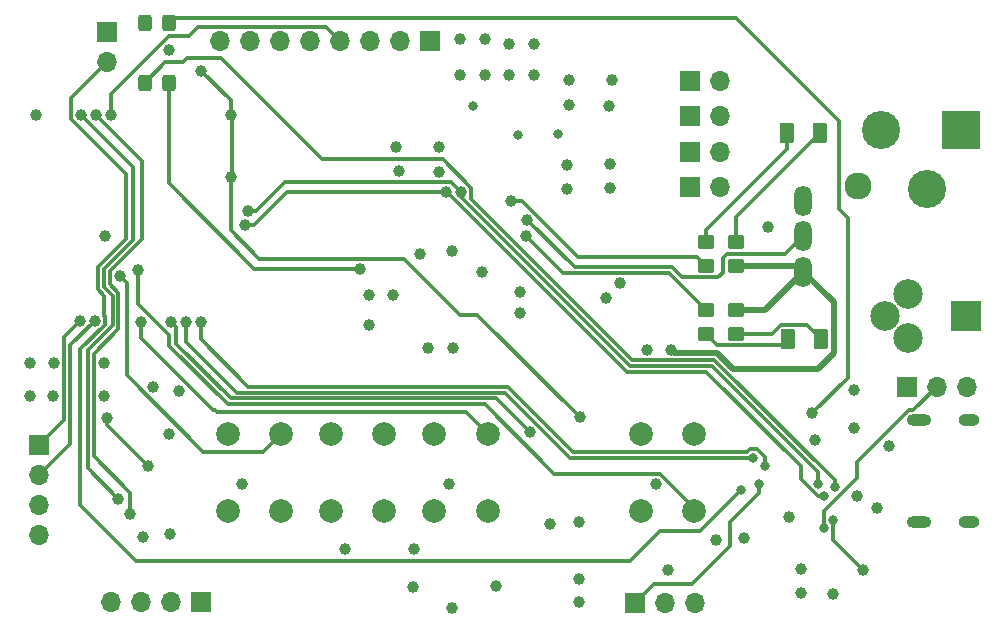
<source format=gbr>
%TF.GenerationSoftware,KiCad,Pcbnew,8.0.9-8.0.9-0~ubuntu24.04.1*%
%TF.CreationDate,2025-02-24T19:38:21+01:00*%
%TF.ProjectId,jack2bluetooth,6a61636b-3262-46c7-9565-746f6f74682e,v3.0*%
%TF.SameCoordinates,Original*%
%TF.FileFunction,Copper,L4,Bot*%
%TF.FilePolarity,Positive*%
%FSLAX46Y46*%
G04 Gerber Fmt 4.6, Leading zero omitted, Abs format (unit mm)*
G04 Created by KiCad (PCBNEW 8.0.9-8.0.9-0~ubuntu24.04.1) date 2025-02-24 19:38:21*
%MOMM*%
%LPD*%
G01*
G04 APERTURE LIST*
G04 Aperture macros list*
%AMRoundRect*
0 Rectangle with rounded corners*
0 $1 Rounding radius*
0 $2 $3 $4 $5 $6 $7 $8 $9 X,Y pos of 4 corners*
0 Add a 4 corners polygon primitive as box body*
4,1,4,$2,$3,$4,$5,$6,$7,$8,$9,$2,$3,0*
0 Add four circle primitives for the rounded corners*
1,1,$1+$1,$2,$3*
1,1,$1+$1,$4,$5*
1,1,$1+$1,$6,$7*
1,1,$1+$1,$8,$9*
0 Add four rect primitives between the rounded corners*
20,1,$1+$1,$2,$3,$4,$5,0*
20,1,$1+$1,$4,$5,$6,$7,0*
20,1,$1+$1,$6,$7,$8,$9,0*
20,1,$1+$1,$8,$9,$2,$3,0*%
G04 Aperture macros list end*
%TA.AperFunction,ComponentPad*%
%ADD10R,1.700000X1.700000*%
%TD*%
%TA.AperFunction,ComponentPad*%
%ADD11O,1.700000X1.700000*%
%TD*%
%TA.AperFunction,HeatsinkPad*%
%ADD12O,2.100000X1.000000*%
%TD*%
%TA.AperFunction,HeatsinkPad*%
%ADD13O,1.800000X1.000000*%
%TD*%
%TA.AperFunction,ComponentPad*%
%ADD14R,3.225000X3.225000*%
%TD*%
%TA.AperFunction,ComponentPad*%
%ADD15C,3.225000*%
%TD*%
%TA.AperFunction,ComponentPad*%
%ADD16C,2.295000*%
%TD*%
%TA.AperFunction,ComponentPad*%
%ADD17C,2.000000*%
%TD*%
%TA.AperFunction,ComponentPad*%
%ADD18R,2.500000X2.550000*%
%TD*%
%TA.AperFunction,ComponentPad*%
%ADD19C,2.500000*%
%TD*%
%TA.AperFunction,SMDPad,CuDef*%
%ADD20RoundRect,0.250000X0.375000X0.625000X-0.375000X0.625000X-0.375000X-0.625000X0.375000X-0.625000X0*%
%TD*%
%TA.AperFunction,ComponentPad*%
%ADD21O,1.500000X2.600000*%
%TD*%
%TA.AperFunction,SMDPad,CuDef*%
%ADD22RoundRect,0.250000X0.450000X-0.350000X0.450000X0.350000X-0.450000X0.350000X-0.450000X-0.350000X0*%
%TD*%
%TA.AperFunction,SMDPad,CuDef*%
%ADD23RoundRect,0.250000X-0.325000X-0.450000X0.325000X-0.450000X0.325000X0.450000X-0.325000X0.450000X0*%
%TD*%
%TA.AperFunction,SMDPad,CuDef*%
%ADD24RoundRect,0.250000X-0.450000X0.350000X-0.450000X-0.350000X0.450000X-0.350000X0.450000X0.350000X0*%
%TD*%
%TA.AperFunction,ViaPad*%
%ADD25C,1.000000*%
%TD*%
%TA.AperFunction,ViaPad*%
%ADD26C,0.800000*%
%TD*%
%TA.AperFunction,Conductor*%
%ADD27C,0.300000*%
%TD*%
%TA.AperFunction,Conductor*%
%ADD28C,0.500000*%
%TD*%
G04 APERTURE END LIST*
D10*
%TO.P,JP5,1,A*%
%TO.N,HPLOUT*%
X214400000Y-115600000D03*
D11*
%TO.P,JP5,2,B*%
%TO.N,Net-(JP4-B)*%
X216940000Y-115600000D03*
%TD*%
D12*
%TO.P,J2,S1,SHIELD*%
%TO.N,BAT-*%
X233820000Y-143960000D03*
D13*
X238000000Y-143960000D03*
D12*
X233820000Y-135320000D03*
D13*
X238000000Y-135320000D03*
%TD*%
D14*
%TO.P,J4,1,1*%
%TO.N,GNDA*%
X237350000Y-110750000D03*
D15*
%TO.P,J4,2,2*%
%TO.N,jack35_left*%
X230550000Y-110750000D03*
%TO.P,J4,3,3*%
%TO.N,jack35_right*%
X234450000Y-115750000D03*
D16*
%TO.P,J4,4,4*%
%TO.N,unconnected-(J4-Pad4)*%
X228650000Y-115550000D03*
%TD*%
D10*
%TO.P,JP3,1,A*%
%TO.N,HPRCOM*%
X214400000Y-109600000D03*
D11*
%TO.P,JP3,2,B*%
%TO.N,Net-(JP2-B)*%
X216940000Y-109600000D03*
%TD*%
D10*
%TO.P,JP4,1,A*%
%TO.N,HPLCOM*%
X214400000Y-112600000D03*
D11*
%TO.P,JP4,2,B*%
%TO.N,Net-(JP4-B)*%
X216940000Y-112600000D03*
%TD*%
D10*
%TO.P,JP1,1,A*%
%TO.N,Net-(JP1-A)*%
X232725000Y-132500000D03*
D11*
%TO.P,JP1,2,C*%
%TO.N,PSEL*%
X235265000Y-132500000D03*
%TO.P,JP1,3,B*%
%TO.N,BAT-*%
X237805000Y-132500000D03*
%TD*%
D10*
%TO.P,JP2,1,A*%
%TO.N,HPROUT*%
X214400000Y-106600000D03*
D11*
%TO.P,JP2,2,B*%
%TO.N,Net-(JP2-B)*%
X216940000Y-106600000D03*
%TD*%
D17*
%TO.P,SW6,1,1*%
%TO.N,BAT-*%
X184000000Y-143000000D03*
X184000000Y-136500000D03*
%TO.P,SW6,2,2*%
%TO.N,mcu_enable*%
X188500000Y-143000000D03*
X188500000Y-136500000D03*
%TD*%
D10*
%TO.P,J3,1,Pin_1*%
%TO.N,VCC*%
X173000000Y-150750000D03*
D11*
%TO.P,J3,2,Pin_2*%
%TO.N,IO16*%
X170460000Y-150750000D03*
%TO.P,J3,3,Pin_3*%
%TO.N,IO17*%
X167920000Y-150750000D03*
%TO.P,J3,4,Pin_4*%
%TO.N,BAT-*%
X165380000Y-150750000D03*
%TD*%
D10*
%TO.P,J6,1,Pin_1*%
%TO.N,IO4*%
X159250000Y-137420000D03*
D11*
%TO.P,J6,2,Pin_2*%
%TO.N,IO5*%
X159250000Y-139960000D03*
%TO.P,J6,3,Pin_3*%
%TO.N,IO6*%
X159250000Y-142500000D03*
%TO.P,J6,4,Pin_4*%
%TO.N,IO7*%
X159250000Y-145040000D03*
%TD*%
D18*
%TO.P,J1,1,SLEEVE*%
%TO.N,GNDA*%
X237775000Y-126500000D03*
D19*
%TO.P,J1,2,TIP_1*%
%TO.N,jack25_left*%
X232875000Y-124650000D03*
%TO.P,J1,3,TIP_2*%
X232875000Y-128350000D03*
%TO.P,J1,4,RING*%
%TO.N,jack25_right*%
X230875000Y-126500000D03*
%TD*%
D20*
%TO.P,D7,1,K*%
%TO.N,Net-(D7-K)*%
X225500000Y-128500000D03*
%TO.P,D7,2,A*%
%TO.N,led_dac*%
X222700000Y-128500000D03*
%TD*%
D10*
%TO.P,J9,1,Pin_1*%
%TO.N,lcd_blk*%
X192410000Y-103250000D03*
D11*
%TO.P,J9,2,Pin_2*%
%TO.N,BAT-*%
X189870000Y-103250000D03*
%TO.P,J9,3,Pin_3*%
%TO.N,IO17*%
X187330000Y-103250000D03*
%TO.P,J9,4,Pin_4*%
%TO.N,IO15*%
X184790000Y-103250000D03*
%TO.P,J9,5,Pin_5*%
%TO.N,IO16*%
X182250000Y-103250000D03*
%TO.P,J9,6,Pin_6*%
%TO.N,IO3*%
X179710000Y-103250000D03*
%TO.P,J9,7,Pin_7*%
%TO.N,BAT-*%
X177170000Y-103250000D03*
%TO.P,J9,8,Pin_8*%
%TO.N,lcd_blk*%
X174630000Y-103250000D03*
%TD*%
D17*
%TO.P,SW1,1,1*%
%TO.N,IO4*%
X179750000Y-143000000D03*
X179750000Y-136500000D03*
%TO.P,SW1,2,2*%
%TO.N,+3.3V*%
X175250000Y-143000000D03*
X175250000Y-136500000D03*
%TD*%
D21*
%TO.P,SW5,1,A*%
%TO.N,Net-(SW5-A)*%
X224000000Y-116750000D03*
%TO.P,SW5,2,B*%
%TO.N,IO1*%
X224000000Y-119750000D03*
%TO.P,SW5,3,C*%
%TO.N,BAT-*%
X224000000Y-122750000D03*
%TD*%
D10*
%TO.P,J5,1,Pin_1*%
%TO.N,BATTS*%
X209725000Y-150800000D03*
D11*
%TO.P,J5,2,Pin_2*%
%TO.N,BAT-*%
X212265000Y-150800000D03*
%TO.P,J5,3,Pin_3*%
%TO.N,BAT+*%
X214805000Y-150800000D03*
%TD*%
D22*
%TO.P,R30,1*%
%TO.N,IO9*%
X215750000Y-122250000D03*
%TO.P,R30,2*%
%TO.N,led_adc*%
X215750000Y-120250000D03*
%TD*%
D23*
%TO.P,D8,1,K*%
%TO.N,STAT*%
X168225000Y-106750000D03*
%TO.P,D8,2,A*%
%TO.N,Net-(D8-A)*%
X170275000Y-106750000D03*
%TD*%
%TO.P,D1,1,K*%
%TO.N,BAT-*%
X168225000Y-101750000D03*
%TO.P,D1,2,A*%
%TO.N,Net-(D1-A)*%
X170275000Y-101750000D03*
%TD*%
D22*
%TO.P,R8,1*%
%TO.N,Net-(D7-K)*%
X218250000Y-128000000D03*
%TO.P,R8,2*%
%TO.N,BAT-*%
X218250000Y-126000000D03*
%TD*%
D10*
%TO.P,J7,1,Pin_1*%
%TO.N,BAT-*%
X165000000Y-102460000D03*
D11*
%TO.P,J7,2,Pin_2*%
%TO.N,nQON*%
X165000000Y-105000000D03*
%TD*%
D24*
%TO.P,R31,1*%
%TO.N,IO8*%
X215750000Y-126000000D03*
%TO.P,R31,2*%
%TO.N,led_dac*%
X215750000Y-128000000D03*
%TD*%
D17*
%TO.P,SW3,1,1*%
%TO.N,IO5*%
X214750000Y-143000000D03*
X214750000Y-136500000D03*
%TO.P,SW3,2,2*%
%TO.N,+3.3V*%
X210250000Y-143000000D03*
X210250000Y-136500000D03*
%TD*%
%TO.P,SW2,1,1*%
%TO.N,IO0*%
X197250000Y-143000000D03*
X197250000Y-136500000D03*
%TO.P,SW2,2,2*%
%TO.N,+3.3V*%
X192750000Y-143000000D03*
X192750000Y-136500000D03*
%TD*%
D24*
%TO.P,R7,1*%
%TO.N,Net-(D4-K)*%
X218250000Y-120250000D03*
%TO.P,R7,2*%
%TO.N,BAT-*%
X218250000Y-122250000D03*
%TD*%
D20*
%TO.P,D4,1,K*%
%TO.N,Net-(D4-K)*%
X225400000Y-111000000D03*
%TO.P,D4,2,A*%
%TO.N,led_adc*%
X222600000Y-111000000D03*
%TD*%
D25*
%TO.N,IO8*%
X200875000Y-136375000D03*
X200500000Y-119750000D03*
X170430000Y-127000000D03*
%TO.N,IO9*%
X173000000Y-105750000D03*
X199250000Y-116750000D03*
X205040000Y-135100000D03*
X175500000Y-114750000D03*
X175510000Y-109500000D03*
D26*
%TO.N,IO11*%
X220750000Y-139200000D03*
D25*
X172970000Y-127000000D03*
D26*
%TO.N,IO10*%
X219750000Y-138500000D03*
D25*
X171700000Y-127000000D03*
%TO.N,IO4*%
X162749365Y-126939365D03*
X166098959Y-123098959D03*
%TO.N,IO5*%
X167648959Y-122648959D03*
X163985406Y-126905406D03*
%TO.N,IO0*%
X167890000Y-127000000D03*
%TO.N,IO7*%
X193750000Y-116000000D03*
X176745066Y-118772852D03*
D26*
X225750000Y-141750000D03*
D25*
%TO.N,IO1*%
X200625000Y-118375000D03*
%TO.N,IO6*%
X195000000Y-116000000D03*
D26*
X225250000Y-140750000D03*
D25*
X176998335Y-117599882D03*
%TO.N,IO17*%
X167000000Y-143250000D03*
X164080000Y-109500000D03*
%TO.N,IO16*%
X166000000Y-142000000D03*
X162810000Y-109500000D03*
%TO.N,IO15*%
X165350000Y-109500000D03*
%TO.N,mcu_enable*%
X168500000Y-139250000D03*
X165000000Y-135150000D03*
%TO.N,GNDA*%
X199092500Y-103500000D03*
D26*
X203200000Y-111150000D03*
D25*
X210750000Y-129400000D03*
X204000000Y-115750000D03*
X208500000Y-123750000D03*
X199092500Y-106150000D03*
X207630000Y-115687500D03*
X207750000Y-106500000D03*
X204130000Y-106575000D03*
D26*
X199800000Y-111200000D03*
D25*
%TO.N,+3.3V*%
X221000000Y-119000000D03*
X160500000Y-133250000D03*
X171148959Y-132851041D03*
X164750000Y-130500000D03*
X190925000Y-149500000D03*
X168951041Y-132548959D03*
X193130000Y-114287500D03*
X170250000Y-104000000D03*
X160537500Y-130500000D03*
X170250000Y-136500000D03*
X189750000Y-114250000D03*
%TO.N,BAT-*%
X158500000Y-130500000D03*
X212750000Y-129400000D03*
X219000000Y-145287500D03*
X191000000Y-146250000D03*
X168225000Y-101750000D03*
X211500000Y-140750000D03*
X228250000Y-136000000D03*
X226500000Y-150037500D03*
X189500000Y-112250000D03*
X185212500Y-146250000D03*
X212500000Y-148000000D03*
X189287500Y-124750000D03*
X176500000Y-140750000D03*
X196750000Y-122750000D03*
X205020000Y-144000000D03*
X192212500Y-129250000D03*
X200000000Y-126300000D03*
X194250000Y-151250000D03*
X164850000Y-119755000D03*
X194925000Y-103075000D03*
X202500000Y-144135000D03*
X222750000Y-143500000D03*
X193130000Y-112212500D03*
X164787500Y-133250000D03*
X158500000Y-133250000D03*
X168100000Y-145200000D03*
X194000000Y-140750000D03*
X223750000Y-150000000D03*
X228500000Y-141750000D03*
X194925000Y-106150000D03*
X159000000Y-109500000D03*
X205000000Y-150750000D03*
%TO.N,+1V8*%
X187250000Y-127250000D03*
X197000000Y-103075000D03*
X187212500Y-124750000D03*
X194250000Y-121000000D03*
D26*
X196000000Y-108750000D03*
D25*
X197000000Y-106150000D03*
%TO.N,REGN*%
X228250000Y-132750000D03*
X223750000Y-147962500D03*
X205000000Y-148750000D03*
%TO.N,VCC*%
X230250000Y-142750000D03*
X225001041Y-137001041D03*
X170400000Y-145000000D03*
X231250000Y-137500000D03*
%TO.N,SYSTEM*%
X191500000Y-121250000D03*
X216600000Y-145500000D03*
X198000000Y-149400000D03*
X194287500Y-129250000D03*
X200000000Y-124500000D03*
D26*
%TO.N,STAT*%
X226650000Y-141000000D03*
D25*
%TO.N,Net-(D8-A)*%
X186421933Y-122500000D03*
%TO.N,+3.3VA*%
X201167500Y-103500000D03*
X207500000Y-108750000D03*
X207250000Y-125000000D03*
X204130000Y-108650000D03*
X204000000Y-113750000D03*
X201167500Y-106150000D03*
X207630000Y-113612500D03*
D26*
%TO.N,BATTS*%
X220250000Y-140750000D03*
D25*
%TO.N,Net-(IC2-PMID_GOOD)*%
X229000000Y-148000000D03*
D26*
X226500000Y-143750000D03*
%TO.N,PSEL*%
X225750000Y-144500000D03*
%TO.N,nQON*%
X218750000Y-141250000D03*
D25*
%TO.N,Net-(D1-A)*%
X224750000Y-134750000D03*
%TD*%
D27*
%TO.N,IO8*%
X203650000Y-122900000D02*
X212650000Y-122900000D01*
X170430000Y-127000000D02*
X170900000Y-127470000D01*
X175500000Y-133500000D02*
X198000000Y-133500000D01*
X170900000Y-127470000D02*
X170900000Y-128900000D01*
X170900000Y-128900000D02*
X175500000Y-133500000D01*
X198000000Y-133500000D02*
X200875000Y-136375000D01*
X212650000Y-122900000D02*
X215750000Y-126000000D01*
X200500000Y-119750000D02*
X203650000Y-122900000D01*
%TO.N,IO9*%
X175600000Y-114650000D02*
X175500000Y-114750000D01*
X205040000Y-135100000D02*
X205040000Y-135040000D01*
X205040000Y-135040000D02*
X196400000Y-126400000D01*
X196400000Y-126400000D02*
X194900000Y-126400000D01*
X199250000Y-116750000D02*
X200202082Y-116750000D01*
X177900000Y-121650000D02*
X175500000Y-119250000D01*
X175510000Y-109500000D02*
X175510000Y-108260000D01*
X190150000Y-121650000D02*
X177900000Y-121650000D01*
X175510000Y-109500000D02*
X175600000Y-109590000D01*
X194900000Y-126400000D02*
X190150000Y-121650000D01*
X215000000Y-121500000D02*
X215750000Y-122250000D01*
X175500000Y-119250000D02*
X175500000Y-114750000D01*
X175600000Y-109590000D02*
X175600000Y-114650000D01*
X175510000Y-108260000D02*
X173000000Y-105750000D01*
X200202082Y-116750000D02*
X204952082Y-121500000D01*
X204952082Y-121500000D02*
X215000000Y-121500000D01*
%TO.N,IO11*%
X172970000Y-127000000D02*
X172970000Y-128470000D01*
X220750000Y-138439339D02*
X220750000Y-139200000D01*
X219189339Y-138000000D02*
X219439339Y-137750000D01*
X204457106Y-138000000D02*
X219189339Y-138000000D01*
X220060661Y-137750000D02*
X220750000Y-138439339D01*
X177000000Y-132500000D02*
X198957106Y-132500000D01*
X219439339Y-137750000D02*
X220060661Y-137750000D01*
X198957106Y-132500000D02*
X204457106Y-138000000D01*
X172970000Y-128470000D02*
X177000000Y-132500000D01*
%TO.N,IO10*%
X198750000Y-133000000D02*
X204250000Y-138500000D01*
X204250000Y-138500000D02*
X219750000Y-138500000D01*
X171700000Y-127000000D02*
X171700000Y-128700000D01*
X171700000Y-128700000D02*
X176000000Y-133000000D01*
X176000000Y-133000000D02*
X198750000Y-133000000D01*
%TO.N,IO4*%
X166750000Y-131550000D02*
X173200000Y-138000000D01*
X161387500Y-128301230D02*
X162749365Y-126939365D01*
X173200000Y-138000000D02*
X178250000Y-138000000D01*
X166750000Y-123750000D02*
X166750000Y-131550000D01*
X178250000Y-138000000D02*
X179750000Y-136500000D01*
X159250000Y-137420000D02*
X161387500Y-135282500D01*
X166098959Y-123098959D02*
X166750000Y-123750000D01*
X161387500Y-135282500D02*
X161387500Y-128301230D01*
%TO.N,IO5*%
X167648959Y-125461009D02*
X170285867Y-128097917D01*
X214750000Y-142797918D02*
X214750000Y-143000000D01*
X159250000Y-139960000D02*
X161887500Y-137322500D01*
X161887500Y-137322500D02*
X161887500Y-129003312D01*
X167648959Y-122648959D02*
X167648959Y-125461009D01*
X197000000Y-134000000D02*
X202900000Y-139900000D01*
X175250000Y-134000000D02*
X197000000Y-134000000D01*
X170285867Y-128097917D02*
X170285867Y-129035867D01*
X202900000Y-139900000D02*
X211852082Y-139900000D01*
X163985406Y-126905406D02*
X161887500Y-129003312D01*
X211852082Y-139900000D02*
X214750000Y-142797918D01*
X170285867Y-129035867D02*
X175250000Y-134000000D01*
%TO.N,IO0*%
X174357106Y-134650000D02*
X195400000Y-134650000D01*
X174000000Y-134500000D02*
X174207106Y-134500000D01*
X195400000Y-134650000D02*
X197250000Y-136500000D01*
X174207106Y-134500000D02*
X174357106Y-134650000D01*
X167890000Y-128390000D02*
X174000000Y-134500000D01*
X167890000Y-127000000D02*
X167890000Y-128390000D01*
%TO.N,IO7*%
X215750000Y-131250000D02*
X223750000Y-139250000D01*
X225189339Y-141750000D02*
X225750000Y-141750000D01*
X223750000Y-139250000D02*
X223750000Y-140310661D01*
X193750000Y-116000000D02*
X193797918Y-116000000D01*
X180250000Y-116000000D02*
X193750000Y-116000000D01*
X193797918Y-116000000D02*
X209047918Y-131250000D01*
X177477148Y-118772852D02*
X180250000Y-116000000D01*
X223750000Y-140310661D02*
X225189339Y-141750000D01*
X176745066Y-118772852D02*
X177477148Y-118772852D01*
X209047918Y-131250000D02*
X215750000Y-131250000D01*
%TO.N,IO1*%
X217544544Y-121300000D02*
X222450000Y-121300000D01*
X217200000Y-121644544D02*
X217544544Y-121300000D01*
X216805456Y-123250000D02*
X217200000Y-122855456D01*
X213707106Y-123250000D02*
X216805456Y-123250000D01*
X222450000Y-121300000D02*
X224000000Y-119750000D01*
X200625000Y-118375000D02*
X204650000Y-122400000D01*
X217200000Y-122855456D02*
X217200000Y-121644544D01*
X212857106Y-122400000D02*
X213707106Y-123250000D01*
X204650000Y-122400000D02*
X212857106Y-122400000D01*
%TO.N,IO6*%
X195000000Y-116452082D02*
X195000000Y-116000000D01*
X216250000Y-130750000D02*
X209297918Y-130750000D01*
X209297918Y-130750000D02*
X195000000Y-116452082D01*
X225250000Y-140750000D02*
X225250000Y-139750000D01*
X177650118Y-117599882D02*
X180100000Y-115150000D01*
X176998335Y-117599882D02*
X177650118Y-117599882D01*
X180100000Y-115150000D02*
X194150000Y-115150000D01*
X225250000Y-139750000D02*
X216250000Y-130750000D01*
X194150000Y-115150000D02*
X195000000Y-116000000D01*
%TO.N,IO17*%
X168000000Y-119995836D02*
X165248959Y-122746877D01*
X165248959Y-122746877D02*
X165248959Y-123848959D01*
X163900000Y-138400000D02*
X167000000Y-141500000D01*
X165248959Y-123848959D02*
X166000000Y-124600000D01*
X163900000Y-129700000D02*
X163900000Y-138400000D01*
X166000000Y-124600000D02*
X166000000Y-127600000D01*
X167000000Y-141500000D02*
X167000000Y-143250000D01*
X166000000Y-127600000D02*
X163900000Y-129700000D01*
X168000000Y-113420000D02*
X168000000Y-119995836D01*
X164080000Y-109500000D02*
X168000000Y-113420000D01*
%TO.N,IO16*%
X162810000Y-109500000D02*
X167200000Y-113890000D01*
X165500000Y-124807106D02*
X165500000Y-127300000D01*
X163400000Y-129400000D02*
X163400000Y-139400000D01*
X167200000Y-120088730D02*
X164748959Y-122539771D01*
X164748959Y-124056065D02*
X165500000Y-124807106D01*
X167200000Y-113890000D02*
X167200000Y-120088730D01*
X164748959Y-122539771D02*
X164748959Y-124056065D01*
X163400000Y-139400000D02*
X166000000Y-142000000D01*
X165500000Y-127300000D02*
X163400000Y-129400000D01*
%TO.N,IO15*%
X183590000Y-102050000D02*
X184790000Y-103250000D01*
X165350000Y-107697918D02*
X170247918Y-102800000D01*
X172700000Y-102050000D02*
X183590000Y-102050000D01*
X165350000Y-109500000D02*
X165350000Y-107697918D01*
X171950000Y-102800000D02*
X172700000Y-102050000D01*
X170247918Y-102800000D02*
X171950000Y-102800000D01*
%TO.N,mcu_enable*%
X165000000Y-135750000D02*
X168500000Y-139250000D01*
X165000000Y-135150000D02*
X165000000Y-135750000D01*
D28*
%TO.N,BAT-*%
X225250000Y-131000000D02*
X226575000Y-129675000D01*
X212750000Y-129400000D02*
X213000000Y-129650000D01*
X218250000Y-122250000D02*
X223500000Y-122250000D01*
X216705635Y-129650000D02*
X218055635Y-131000000D01*
X226575000Y-129675000D02*
X226575000Y-125325000D01*
X213000000Y-129650000D02*
X216705635Y-129650000D01*
X218055635Y-131000000D02*
X225250000Y-131000000D01*
X218250000Y-126000000D02*
X220750000Y-126000000D01*
X226575000Y-125325000D02*
X224000000Y-122750000D01*
X223500000Y-122250000D02*
X224000000Y-122750000D01*
X220750000Y-126000000D02*
X224000000Y-122750000D01*
D27*
%TO.N,led_adc*%
X222600000Y-112400000D02*
X222600000Y-111000000D01*
X215750000Y-120250000D02*
X215750000Y-119250000D01*
X215750000Y-119250000D02*
X222600000Y-112400000D01*
%TO.N,led_dac*%
X222700000Y-128500000D02*
X222250000Y-128950000D01*
X222250000Y-128950000D02*
X216700000Y-128950000D01*
X216700000Y-128950000D02*
X215750000Y-128000000D01*
%TO.N,Net-(D7-K)*%
X221344544Y-128000000D02*
X222069544Y-127275000D01*
X218250000Y-128000000D02*
X221344544Y-128000000D01*
X222069544Y-127275000D02*
X224275000Y-127275000D01*
X224275000Y-127275000D02*
X225500000Y-128500000D01*
%TO.N,STAT*%
X209505024Y-130250000D02*
X195850000Y-116594976D01*
X171800000Y-104700000D02*
X171500000Y-105000000D01*
X195850000Y-116594976D02*
X195850000Y-115647918D01*
X195850000Y-115647918D02*
X193452082Y-113250000D01*
X169975000Y-105000000D02*
X168225000Y-106750000D01*
X193452082Y-113250000D02*
X183202082Y-113250000D01*
X174652082Y-104700000D02*
X171800000Y-104700000D01*
X226650000Y-141000000D02*
X226650000Y-140442893D01*
X226650000Y-140442893D02*
X216457107Y-130250000D01*
X171500000Y-105000000D02*
X169975000Y-105000000D01*
X216457107Y-130250000D02*
X209505024Y-130250000D01*
X183202082Y-113250000D02*
X174652082Y-104700000D01*
%TO.N,Net-(D8-A)*%
X177500000Y-122500000D02*
X170275000Y-115275000D01*
X170275000Y-115275000D02*
X170275000Y-106725000D01*
X186421933Y-122500000D02*
X177500000Y-122500000D01*
%TO.N,Net-(D4-K)*%
X218250000Y-120250000D02*
X218250000Y-118150000D01*
X225400000Y-111400000D02*
X225400000Y-111000000D01*
X218250000Y-118150000D02*
X225400000Y-111000000D01*
%TO.N,BATTS*%
X220250000Y-141500000D02*
X217800000Y-143950000D01*
X220250000Y-140750000D02*
X220250000Y-141500000D01*
X217800000Y-145950000D02*
X214550000Y-149200000D01*
X214550000Y-149200000D02*
X211325000Y-149200000D01*
X211325000Y-149200000D02*
X209725000Y-150800000D01*
X217800000Y-143950000D02*
X217800000Y-145950000D01*
%TO.N,Net-(IC2-PMID_GOOD)*%
X226500000Y-143750000D02*
X226500000Y-145500000D01*
X226500000Y-145500000D02*
X229000000Y-148000000D01*
%TO.N,PSEL*%
X232917918Y-134470000D02*
X233295000Y-134470000D01*
X225750000Y-144500000D02*
X225750000Y-143000000D01*
X225750000Y-143000000D02*
X228500000Y-140250000D01*
X233295000Y-134470000D02*
X235265000Y-132500000D01*
X228500000Y-138887918D02*
X232917918Y-134470000D01*
X228500000Y-140250000D02*
X228500000Y-138887918D01*
%TO.N,nQON*%
X161960000Y-108040000D02*
X165000000Y-105000000D01*
X161960000Y-109852082D02*
X161960000Y-108040000D01*
X164800000Y-126517918D02*
X164835406Y-126553324D01*
X161960000Y-109852082D02*
X166600000Y-114492082D01*
X162750000Y-142550000D02*
X167500000Y-147300000D01*
X164835406Y-126553324D02*
X164835406Y-127257488D01*
X164835406Y-127257488D02*
X162750000Y-129342894D01*
X164248959Y-122332665D02*
X164248959Y-124263171D01*
X215250000Y-144750000D02*
X218750000Y-141250000D01*
X164800000Y-124814212D02*
X164800000Y-126517918D01*
X164248959Y-124263171D02*
X164800000Y-124814212D01*
X162750000Y-129342894D02*
X162750000Y-142550000D01*
X167500000Y-147300000D02*
X209300000Y-147300000D01*
X211850000Y-144750000D02*
X215250000Y-144750000D01*
X166600000Y-119981624D02*
X164248959Y-122332665D01*
X209300000Y-147300000D02*
X211850000Y-144750000D01*
X166600000Y-114492082D02*
X166600000Y-119981624D01*
%TO.N,Net-(D1-A)*%
X227000000Y-117500000D02*
X227750000Y-118250000D01*
X218274605Y-101250000D02*
X227000000Y-109975395D01*
X170275000Y-101750000D02*
X170775000Y-101250000D01*
X227750000Y-118250000D02*
X227750000Y-131750000D01*
X227750000Y-131750000D02*
X224750000Y-134750000D01*
X170775000Y-101250000D02*
X218274605Y-101250000D01*
X227000000Y-109975395D02*
X227000000Y-117500000D01*
%TD*%
M02*

</source>
